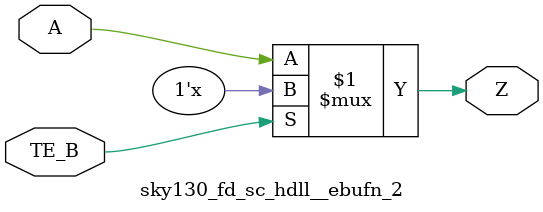
<source format=v>
/*
 * Copyright 2020 The SkyWater PDK Authors
 *
 * Licensed under the Apache License, Version 2.0 (the "License");
 * you may not use this file except in compliance with the License.
 * You may obtain a copy of the License at
 *
 *     https://www.apache.org/licenses/LICENSE-2.0
 *
 * Unless required by applicable law or agreed to in writing, software
 * distributed under the License is distributed on an "AS IS" BASIS,
 * WITHOUT WARRANTIES OR CONDITIONS OF ANY KIND, either express or implied.
 * See the License for the specific language governing permissions and
 * limitations under the License.
 *
 * SPDX-License-Identifier: Apache-2.0
*/


`ifndef SKY130_FD_SC_HDLL__EBUFN_2_FUNCTIONAL_V
`define SKY130_FD_SC_HDLL__EBUFN_2_FUNCTIONAL_V

/**
 * ebufn: Tri-state buffer, negative enable.
 *
 * Verilog simulation functional model.
 */

`timescale 1ns / 1ps
`default_nettype none

`celldefine
module sky130_fd_sc_hdll__ebufn_2 (
    Z   ,
    A   ,
    TE_B
);

    // Module ports
    output Z   ;
    input  A   ;
    input  TE_B;

    //     Name     Output  Other arguments
    bufif0 bufif00 (Z     , A, TE_B        );

endmodule
`endcelldefine

`default_nettype wire
`endif  // SKY130_FD_SC_HDLL__EBUFN_2_FUNCTIONAL_V

</source>
